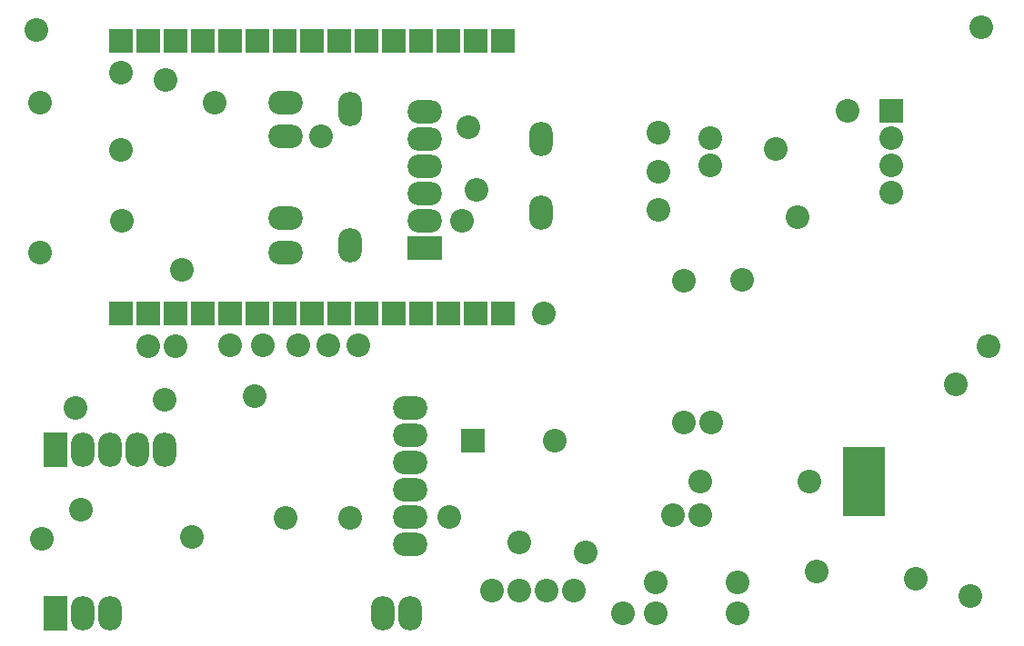
<source format=gbr>
%TF.GenerationSoftware,Altium Limited,Altium Designer,18.1.6 (161)*%
G04 Layer_Color=16711935*
%FSLAX44Y44*%
%MOMM*%
%TF.FileFunction,Soldermask,Bot*%
%TF.Part,Single*%
G01*
G75*
%TA.AperFunction,ComponentPad*%
%ADD23C,2.2032*%
%ADD24R,2.2032X2.2032*%
%ADD25O,2.2032X3.2032*%
%ADD26R,2.2032X3.2032*%
%ADD27R,4.0132X6.5532*%
%ADD28O,3.2032X2.2032*%
%ADD29R,2.2032X2.2032*%
%ADD30R,3.2032X2.2032*%
%ADD31O,2.2032X3.2032*%
%TA.AperFunction,ViaPad*%
%ADD32C,2.2032*%
D23*
X938530Y1094740D02*
D03*
Y1069340D02*
D03*
X1107440Y1043940D02*
D03*
Y1069340D02*
D03*
Y1094740D02*
D03*
X904240Y742950D02*
D03*
X929640D02*
D03*
X963930Y651510D02*
D03*
X887730D02*
D03*
Y680720D02*
D03*
X963930D02*
D03*
X415290Y900430D02*
D03*
X440690D02*
D03*
X1031240Y774700D02*
D03*
X914400Y829310D02*
D03*
X939800D02*
D03*
X793750Y812800D02*
D03*
X811530Y673100D02*
D03*
X786130D02*
D03*
X760730D02*
D03*
X735330D02*
D03*
X314960Y1127760D02*
D03*
Y988060D02*
D03*
D24*
X1107440Y1120140D02*
D03*
X745490Y1184910D02*
D03*
X720090D02*
D03*
X694690D02*
D03*
X669290D02*
D03*
X643890D02*
D03*
X618490D02*
D03*
X593090D02*
D03*
X567690D02*
D03*
X542290D02*
D03*
X516890D02*
D03*
X491490D02*
D03*
X466090D02*
D03*
X440690D02*
D03*
X415290D02*
D03*
X389890D02*
D03*
X745490Y930910D02*
D03*
X720090D02*
D03*
X694690D02*
D03*
X669290D02*
D03*
X643890D02*
D03*
X618490D02*
D03*
X593090D02*
D03*
X567690D02*
D03*
X542290D02*
D03*
X516890D02*
D03*
X491490D02*
D03*
X466090D02*
D03*
X440690D02*
D03*
X415290D02*
D03*
X389890D02*
D03*
D25*
X659130Y651510D02*
D03*
X633730D02*
D03*
X379730D02*
D03*
X354330D02*
D03*
Y803910D02*
D03*
X379730D02*
D03*
X405130D02*
D03*
X430530D02*
D03*
D26*
X328930Y651510D02*
D03*
Y803910D02*
D03*
D27*
X1082040Y774700D02*
D03*
D28*
X659130Y843280D02*
D03*
Y817880D02*
D03*
Y792480D02*
D03*
Y767080D02*
D03*
Y741680D02*
D03*
Y716280D02*
D03*
X673100Y1118870D02*
D03*
Y1093470D02*
D03*
Y1068070D02*
D03*
Y1042670D02*
D03*
Y1017270D02*
D03*
X543560Y1019810D02*
D03*
Y1096010D02*
D03*
Y1127760D02*
D03*
Y988060D02*
D03*
D29*
X717550Y812800D02*
D03*
D30*
X673100Y991870D02*
D03*
D31*
X603250Y1121410D02*
D03*
Y994410D02*
D03*
X781050Y1093470D02*
D03*
Y1024890D02*
D03*
D32*
X456167Y722630D02*
D03*
X316230Y721360D02*
D03*
X347980Y843280D02*
D03*
X522447Y901700D02*
D03*
X514350Y854105D02*
D03*
X603250Y740410D02*
D03*
X543147D02*
D03*
X822960Y708422D02*
D03*
X1130300Y683925D02*
D03*
X1167042Y864870D02*
D03*
X1037590Y690805D02*
D03*
X1191260Y1197610D02*
D03*
X1019810Y1021080D02*
D03*
X713740Y1104576D02*
D03*
X721360Y1045874D02*
D03*
X431800Y1148924D02*
D03*
X311150Y1195070D02*
D03*
X353060Y748030D02*
D03*
X967975Y962660D02*
D03*
X999490Y1084061D02*
D03*
X1197610Y900430D02*
D03*
X1181100Y667596D02*
D03*
X707390Y1017270D02*
D03*
X447040Y971550D02*
D03*
X391160Y1017270D02*
D03*
X477520Y1127760D02*
D03*
X430530Y850900D02*
D03*
X1066800Y1120140D02*
D03*
X890270Y1062990D02*
D03*
Y1099820D02*
D03*
X914400Y961390D02*
D03*
X857250Y651510D02*
D03*
X760730Y717550D02*
D03*
X554990Y901700D02*
D03*
X582930D02*
D03*
X610870D02*
D03*
X890270Y1027430D02*
D03*
X576580Y1096010D02*
D03*
X695960Y741680D02*
D03*
X491490Y901700D02*
D03*
X783590Y930910D02*
D03*
X389890Y1155700D02*
D03*
Y1083310D02*
D03*
X929640Y774700D02*
D03*
%TF.MD5,3cc6c7204cde72fe6ef0e14f4f11453c*%
M02*

</source>
